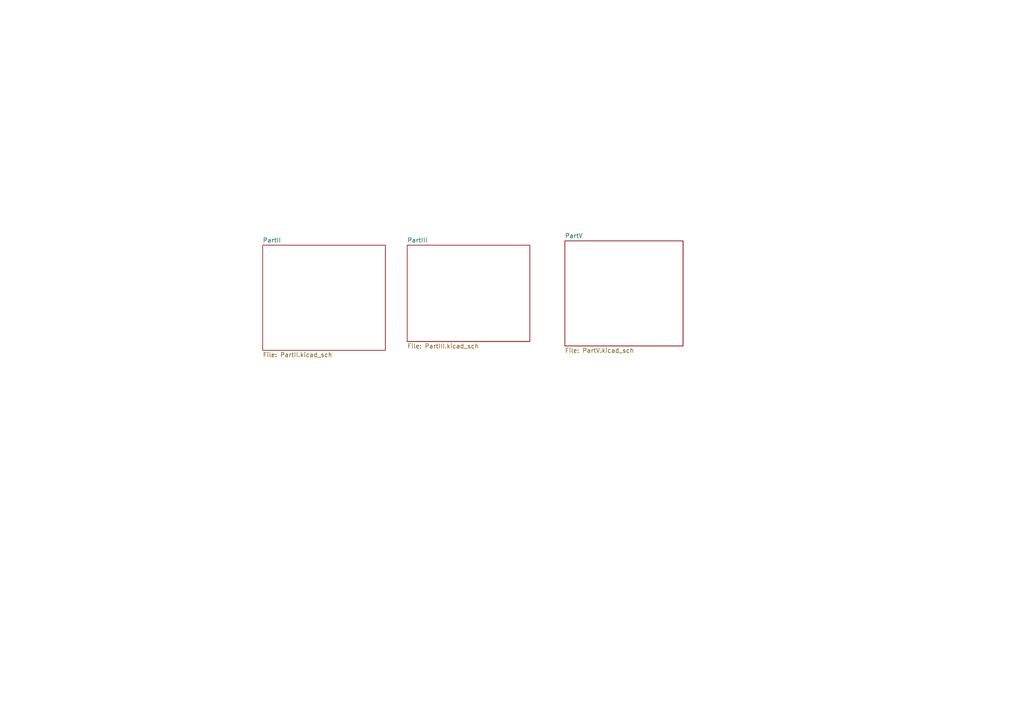
<source format=kicad_sch>
(kicad_sch
	(version 20231120)
	(generator "eeschema")
	(generator_version "8.0")
	(uuid "4aaa0ca4-f154-48d3-9c7d-eac12ebc3312")
	(paper "A4")
	(lib_symbols)
	(sheet
		(at 163.83 69.85)
		(size 34.29 30.48)
		(fields_autoplaced yes)
		(stroke
			(width 0.1524)
			(type solid)
		)
		(fill
			(color 0 0 0 0.0000)
		)
		(uuid "bb7efb6d-2be0-4ef9-8840-a07e85f74c7e")
		(property "Sheetname" "PartV"
			(at 163.83 69.1384 0)
			(effects
				(font
					(size 1.27 1.27)
				)
				(justify left bottom)
			)
		)
		(property "Sheetfile" "PartV.kicad_sch"
			(at 163.83 100.9146 0)
			(effects
				(font
					(size 1.27 1.27)
				)
				(justify left top)
			)
		)
		(instances
			(project "Lab9"
				(path "/4aaa0ca4-f154-48d3-9c7d-eac12ebc3312"
					(page "4")
				)
			)
		)
	)
	(sheet
		(at 118.11 71.12)
		(size 35.56 27.94)
		(fields_autoplaced yes)
		(stroke
			(width 0.1524)
			(type solid)
		)
		(fill
			(color 0 0 0 0.0000)
		)
		(uuid "c482a5f8-1d86-4a96-b4c9-c2084400671c")
		(property "Sheetname" "PartIII"
			(at 118.11 70.4084 0)
			(effects
				(font
					(size 1.27 1.27)
				)
				(justify left bottom)
			)
		)
		(property "Sheetfile" "PartIII.kicad_sch"
			(at 118.11 99.6446 0)
			(effects
				(font
					(size 1.27 1.27)
				)
				(justify left top)
			)
		)
		(instances
			(project "Lab9"
				(path "/4aaa0ca4-f154-48d3-9c7d-eac12ebc3312"
					(page "3")
				)
			)
		)
	)
	(sheet
		(at 76.2 71.12)
		(size 35.56 30.48)
		(fields_autoplaced yes)
		(stroke
			(width 0.1524)
			(type solid)
		)
		(fill
			(color 0 0 0 0.0000)
		)
		(uuid "fc57ec4d-9455-477b-be3d-9fd82a13fd8b")
		(property "Sheetname" "PartII"
			(at 76.2 70.4084 0)
			(effects
				(font
					(size 1.27 1.27)
				)
				(justify left bottom)
			)
		)
		(property "Sheetfile" "PartII.kicad_sch"
			(at 76.2 102.1846 0)
			(effects
				(font
					(size 1.27 1.27)
				)
				(justify left top)
			)
		)
		(instances
			(project "Lab9"
				(path "/4aaa0ca4-f154-48d3-9c7d-eac12ebc3312"
					(page "2")
				)
			)
		)
	)
	(sheet_instances
		(path "/"
			(page "1")
		)
	)
)

</source>
